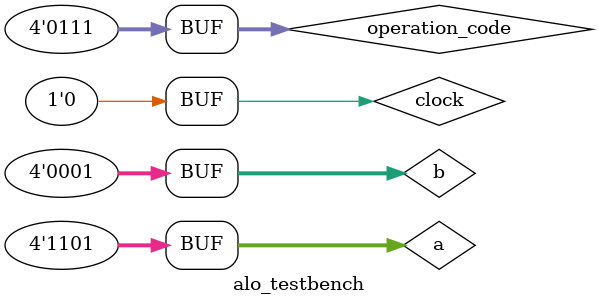
<source format=v>
module alo_testbench();

reg clock;
reg [3:0] operation_code;
reg [len_a - 1:0] a;
reg [len_b - 1:0] b;
wire [(len_a > len_b ? len_a : len_b):0] result;
parameter len_a = 4;
parameter len_b = 4;

alo#(len_a, len_b) my_alo(
    .clock(clock),
    .operation_code(operation_code),
    .a(a),
    .b(b),
    .result(result)
);

initial begin
    a = 4'b1101;
    b = 4'b0001;
    $monitor("|time=%0t|operation_code=%d|a=%b|b=%b|result=%b|", $time, operation_code, a, b, result);
    for (operation_code = 0; operation_code < 7; operation_code = operation_code + 1) begin 
        clock = 1;
        #5;
        clock = 0;
        #5;
    end
end

endmodule
</source>
